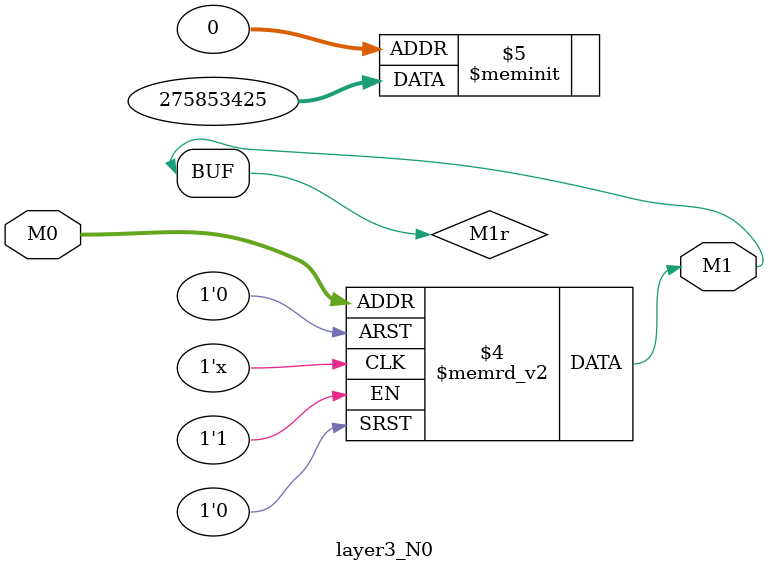
<source format=v>
module layer3_N0 ( input [4:0] M0, output [0:0] M1 );

	(*rom_style = "distributed" *) reg [0:0] M1r;
	assign M1 = M1r;
	always @ (M0) begin
		case (M0)
			5'b00000: M1r = 1'b1;
			5'b10000: M1r = 1'b1;
			5'b01000: M1r = 1'b0;
			5'b11000: M1r = 1'b0;
			5'b00100: M1r = 1'b1;
			5'b10100: M1r = 1'b1;
			5'b01100: M1r = 1'b1;
			5'b11100: M1r = 1'b1;
			5'b00010: M1r = 1'b0;
			5'b10010: M1r = 1'b0;
			5'b01010: M1r = 1'b0;
			5'b11010: M1r = 1'b0;
			5'b00110: M1r = 1'b1;
			5'b10110: M1r = 1'b1;
			5'b01110: M1r = 1'b0;
			5'b11110: M1r = 1'b0;
			5'b00001: M1r = 1'b0;
			5'b10001: M1r = 1'b0;
			5'b01001: M1r = 1'b0;
			5'b11001: M1r = 1'b0;
			5'b00101: M1r = 1'b1;
			5'b10101: M1r = 1'b1;
			5'b01101: M1r = 1'b1;
			5'b11101: M1r = 1'b0;
			5'b00011: M1r = 1'b0;
			5'b10011: M1r = 1'b0;
			5'b01011: M1r = 1'b0;
			5'b11011: M1r = 1'b0;
			5'b00111: M1r = 1'b0;
			5'b10111: M1r = 1'b0;
			5'b01111: M1r = 1'b0;
			5'b11111: M1r = 1'b0;

		endcase
	end
endmodule

</source>
